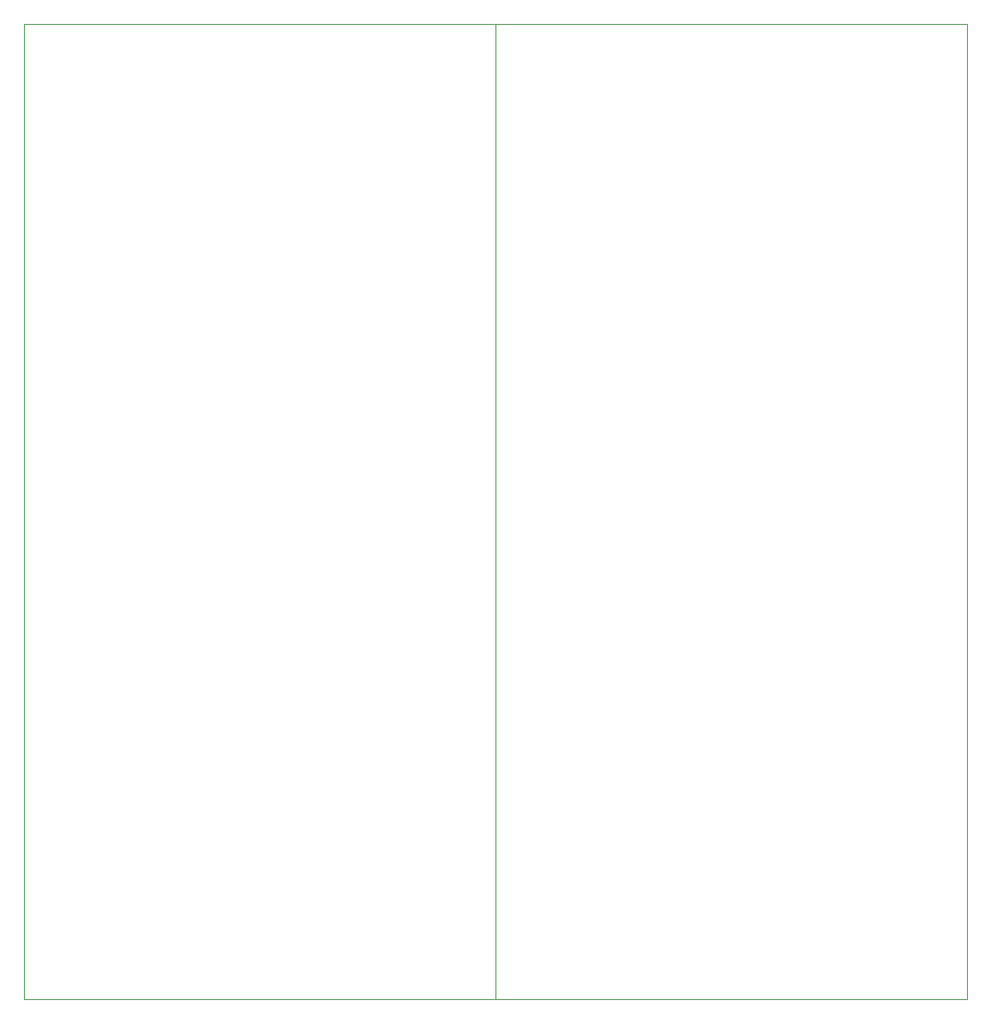
<source format=gm1>
G04 #@! TF.FileFunction,Profile,NP*
%FSLAX46Y46*%
G04 Gerber Fmt 4.6, Leading zero omitted, Abs format (unit mm)*
G04 Created by KiCad (PCBNEW 4.0.7) date 11/29/17 05:36:57*
%MOMM*%
%LPD*%
G01*
G04 APERTURE LIST*
%ADD10C,0.100000*%
G04 APERTURE END LIST*
D10*
X101600000Y-50800000D02*
X149860000Y-50800000D01*
X149860000Y-150495000D02*
X198120000Y-150495000D01*
X101600000Y-150495000D02*
X149860000Y-150495000D01*
X149860000Y-50800000D02*
X149860000Y-150495000D01*
X149860000Y-50800000D02*
X149860000Y-150495000D01*
X101600000Y-50800000D02*
X101600000Y-150495000D01*
X198120000Y-50800000D02*
X198120000Y-150495000D01*
X149860000Y-50800000D02*
X198120000Y-50800000D01*
M02*

</source>
